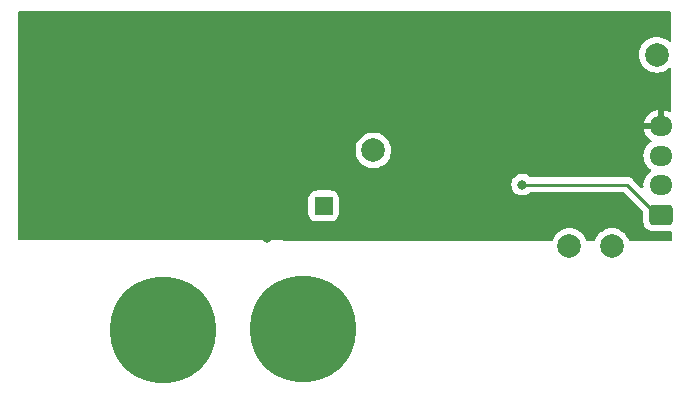
<source format=gbr>
%TF.GenerationSoftware,KiCad,Pcbnew,(6.0.7)*%
%TF.CreationDate,2024-03-23T14:20:04-04:00*%
%TF.ProjectId,single_cell_current,73696e67-6c65-45f6-9365-6c6c5f637572,rev?*%
%TF.SameCoordinates,Original*%
%TF.FileFunction,Copper,L2,Bot*%
%TF.FilePolarity,Positive*%
%FSLAX46Y46*%
G04 Gerber Fmt 4.6, Leading zero omitted, Abs format (unit mm)*
G04 Created by KiCad (PCBNEW (6.0.7)) date 2024-03-23 14:20:04*
%MOMM*%
%LPD*%
G01*
G04 APERTURE LIST*
G04 Aperture macros list*
%AMRoundRect*
0 Rectangle with rounded corners*
0 $1 Rounding radius*
0 $2 $3 $4 $5 $6 $7 $8 $9 X,Y pos of 4 corners*
0 Add a 4 corners polygon primitive as box body*
4,1,4,$2,$3,$4,$5,$6,$7,$8,$9,$2,$3,0*
0 Add four circle primitives for the rounded corners*
1,1,$1+$1,$2,$3*
1,1,$1+$1,$4,$5*
1,1,$1+$1,$6,$7*
1,1,$1+$1,$8,$9*
0 Add four rect primitives between the rounded corners*
20,1,$1+$1,$2,$3,$4,$5,0*
20,1,$1+$1,$4,$5,$6,$7,0*
20,1,$1+$1,$6,$7,$8,$9,0*
20,1,$1+$1,$8,$9,$2,$3,0*%
G04 Aperture macros list end*
%TA.AperFunction,ComponentPad*%
%ADD10RoundRect,0.250000X-0.550000X-0.550000X0.550000X-0.550000X0.550000X0.550000X-0.550000X0.550000X0*%
%TD*%
%TA.AperFunction,ComponentPad*%
%ADD11C,9.000000*%
%TD*%
%TA.AperFunction,ComponentPad*%
%ADD12RoundRect,0.250000X0.725000X-0.600000X0.725000X0.600000X-0.725000X0.600000X-0.725000X-0.600000X0*%
%TD*%
%TA.AperFunction,ComponentPad*%
%ADD13O,1.950000X1.700000*%
%TD*%
%TA.AperFunction,ViaPad*%
%ADD14C,0.800000*%
%TD*%
%TA.AperFunction,ViaPad*%
%ADD15C,2.000000*%
%TD*%
%TA.AperFunction,Conductor*%
%ADD16C,0.250000*%
%TD*%
G04 APERTURE END LIST*
D10*
%TO.P,TP1,1,1*%
%TO.N,Net-(Rpu1-Pad2)*%
X212000000Y-61500000D03*
%TD*%
D11*
%TO.P,H4.1,1,1*%
%TO.N,/M1+*%
X198400000Y-72045200D03*
%TD*%
D12*
%TO.P,J1,1,Pin_1*%
%TO.N,Net-(J1-Pad1)*%
X240550000Y-62250000D03*
D13*
%TO.P,J1,2,Pin_2*%
%TO.N,Net-(J1-Pad2)*%
X240550000Y-59750000D03*
%TO.P,J1,3,Pin_3*%
%TO.N,+3.3V*%
X240550000Y-57250000D03*
%TO.P,J1,4,Pin_4*%
%TO.N,Earth*%
X240550000Y-54750000D03*
%TD*%
D11*
%TO.P,H4.2,1,1*%
%TO.N,/M1-*%
X210200000Y-71945200D03*
%TD*%
D14*
%TO.N,Net-(J1-Pad1)*%
X228800000Y-59700000D03*
D15*
X236400000Y-64900000D03*
%TO.N,Net-(J1-Pad2)*%
X232800000Y-64900000D03*
%TO.N,+3.3V*%
X240200000Y-48700000D03*
%TO.N,Earth*%
X236400000Y-48600000D03*
D14*
X207200000Y-64219700D03*
X236220000Y-55880000D03*
X227700000Y-48400000D03*
X199050000Y-58945200D03*
X229700000Y-48300000D03*
X225100000Y-48400000D03*
D15*
%TO.N,Net-(U7-Pad11)*%
X216200000Y-56800000D03*
%TD*%
D16*
%TO.N,Net-(J1-Pad1)*%
X240250000Y-62250000D02*
X240550000Y-62250000D01*
X228800000Y-59700000D02*
X237700000Y-59700000D01*
X237700000Y-59700000D02*
X240250000Y-62250000D01*
%TD*%
%TA.AperFunction,Conductor*%
%TO.N,Earth*%
G36*
X241344250Y-45020502D02*
G01*
X241390743Y-45074158D01*
X241402129Y-45126205D01*
X241407612Y-47473241D01*
X241407614Y-47473981D01*
X241387771Y-47542148D01*
X241334224Y-47588766D01*
X241263974Y-47599034D01*
X241199784Y-47570086D01*
X241093182Y-47479040D01*
X241093178Y-47479037D01*
X241089416Y-47475824D01*
X241085208Y-47473245D01*
X241085202Y-47473241D01*
X240891183Y-47354346D01*
X240886963Y-47351760D01*
X240882393Y-47349867D01*
X240882389Y-47349865D01*
X240672167Y-47262789D01*
X240672165Y-47262788D01*
X240667594Y-47260895D01*
X240587391Y-47241640D01*
X240441524Y-47206620D01*
X240441518Y-47206619D01*
X240436711Y-47205465D01*
X240200000Y-47186835D01*
X239963289Y-47205465D01*
X239958482Y-47206619D01*
X239958476Y-47206620D01*
X239812609Y-47241640D01*
X239732406Y-47260895D01*
X239727835Y-47262788D01*
X239727833Y-47262789D01*
X239517611Y-47349865D01*
X239517607Y-47349867D01*
X239513037Y-47351760D01*
X239508817Y-47354346D01*
X239314798Y-47473241D01*
X239314792Y-47473245D01*
X239310584Y-47475824D01*
X239130031Y-47630031D01*
X238975824Y-47810584D01*
X238973245Y-47814792D01*
X238973241Y-47814798D01*
X238854346Y-48008817D01*
X238851760Y-48013037D01*
X238760895Y-48232406D01*
X238705465Y-48463289D01*
X238686835Y-48700000D01*
X238705465Y-48936711D01*
X238760895Y-49167594D01*
X238851760Y-49386963D01*
X238854346Y-49391183D01*
X238973241Y-49585202D01*
X238973245Y-49585208D01*
X238975824Y-49589416D01*
X239130031Y-49769969D01*
X239310584Y-49924176D01*
X239314792Y-49926755D01*
X239314798Y-49926759D01*
X239508817Y-50045654D01*
X239513037Y-50048240D01*
X239517607Y-50050133D01*
X239517611Y-50050135D01*
X239727833Y-50137211D01*
X239732406Y-50139105D01*
X239812609Y-50158360D01*
X239958476Y-50193380D01*
X239958482Y-50193381D01*
X239963289Y-50194535D01*
X240200000Y-50213165D01*
X240436711Y-50194535D01*
X240441518Y-50193381D01*
X240441524Y-50193380D01*
X240587391Y-50158360D01*
X240667594Y-50139105D01*
X240672167Y-50137211D01*
X240882389Y-50050135D01*
X240882393Y-50050133D01*
X240886963Y-50048240D01*
X240891183Y-50045654D01*
X241085202Y-49926759D01*
X241085208Y-49926755D01*
X241089416Y-49924176D01*
X241093176Y-49920965D01*
X241093182Y-49920961D01*
X241205501Y-49825031D01*
X241270290Y-49796000D01*
X241340490Y-49806605D01*
X241393813Y-49853480D01*
X241413331Y-49920548D01*
X241421452Y-53396724D01*
X241401610Y-53464889D01*
X241348063Y-53511507D01*
X241277813Y-53521775D01*
X241246735Y-53512614D01*
X241246675Y-53512781D01*
X241243972Y-53511800D01*
X241242602Y-53511396D01*
X241241659Y-53510960D01*
X241035059Y-53435969D01*
X241024792Y-53433198D01*
X240821826Y-53396496D01*
X240808586Y-53397915D01*
X240804000Y-53412550D01*
X240804000Y-54878000D01*
X240783998Y-54946121D01*
X240730342Y-54992614D01*
X240678000Y-55004000D01*
X239108808Y-55004000D01*
X239095277Y-55007973D01*
X239093752Y-55018580D01*
X239118477Y-55136421D01*
X239121537Y-55146617D01*
X239202263Y-55351029D01*
X239206994Y-55360561D01*
X239321016Y-55548462D01*
X239327280Y-55557052D01*
X239471327Y-55723052D01*
X239478958Y-55730472D01*
X239648911Y-55869826D01*
X239657674Y-55875848D01*
X239684711Y-55891238D01*
X239734018Y-55942320D01*
X239747880Y-56011951D01*
X239721897Y-56078022D01*
X239692747Y-56105261D01*
X239681197Y-56113037D01*
X239570681Y-56187441D01*
X239403865Y-56346576D01*
X239266246Y-56531542D01*
X239161760Y-56737051D01*
X239160178Y-56742145D01*
X239160177Y-56742148D01*
X239140683Y-56804930D01*
X239093393Y-56957227D01*
X239092692Y-56962516D01*
X239082221Y-57041524D01*
X239063102Y-57185774D01*
X239071751Y-57416158D01*
X239119093Y-57641791D01*
X239121051Y-57646750D01*
X239121052Y-57646752D01*
X239139386Y-57693175D01*
X239203776Y-57856221D01*
X239206543Y-57860780D01*
X239206544Y-57860783D01*
X239214065Y-57873177D01*
X239323377Y-58053317D01*
X239326874Y-58057347D01*
X239405747Y-58148240D01*
X239474477Y-58227445D01*
X239490106Y-58240260D01*
X239648627Y-58370240D01*
X239648633Y-58370244D01*
X239652755Y-58373624D01*
X239684250Y-58391552D01*
X239733555Y-58442632D01*
X239747417Y-58512262D01*
X239721434Y-58578333D01*
X239692284Y-58605573D01*
X239570681Y-58687441D01*
X239403865Y-58846576D01*
X239266246Y-59031542D01*
X239263830Y-59036293D01*
X239263828Y-59036297D01*
X239226294Y-59110121D01*
X239161760Y-59237051D01*
X239160178Y-59242145D01*
X239160177Y-59242148D01*
X239133381Y-59328444D01*
X239093393Y-59457227D01*
X239063102Y-59685774D01*
X239063302Y-59691103D01*
X239063302Y-59691105D01*
X239069834Y-59865101D01*
X239052402Y-59933924D01*
X239000528Y-59982397D01*
X238930683Y-59995130D01*
X238865041Y-59968081D01*
X238854827Y-59958923D01*
X238602470Y-59706565D01*
X238203647Y-59307742D01*
X238196113Y-59299463D01*
X238192000Y-59292982D01*
X238142348Y-59246356D01*
X238139507Y-59243602D01*
X238119770Y-59223865D01*
X238116573Y-59221385D01*
X238107551Y-59213680D01*
X238081100Y-59188841D01*
X238075321Y-59183414D01*
X238068375Y-59179595D01*
X238068372Y-59179593D01*
X238057566Y-59173652D01*
X238041047Y-59162801D01*
X238035048Y-59158148D01*
X238025041Y-59150386D01*
X238017772Y-59147241D01*
X238017768Y-59147238D01*
X237984463Y-59132826D01*
X237973813Y-59127609D01*
X237935060Y-59106305D01*
X237915437Y-59101267D01*
X237896734Y-59094863D01*
X237885420Y-59089967D01*
X237885419Y-59089967D01*
X237878145Y-59086819D01*
X237870322Y-59085580D01*
X237870312Y-59085577D01*
X237834476Y-59079901D01*
X237822856Y-59077495D01*
X237787711Y-59068472D01*
X237787710Y-59068472D01*
X237780030Y-59066500D01*
X237759776Y-59066500D01*
X237740065Y-59064949D01*
X237727886Y-59063020D01*
X237720057Y-59061780D01*
X237712165Y-59062526D01*
X237676039Y-59065941D01*
X237664181Y-59066500D01*
X229508200Y-59066500D01*
X229440079Y-59046498D01*
X229420853Y-59030157D01*
X229420580Y-59030460D01*
X229415668Y-59026037D01*
X229411253Y-59021134D01*
X229256752Y-58908882D01*
X229250724Y-58906198D01*
X229250722Y-58906197D01*
X229088319Y-58833891D01*
X229088318Y-58833891D01*
X229082288Y-58831206D01*
X228988888Y-58811353D01*
X228901944Y-58792872D01*
X228901939Y-58792872D01*
X228895487Y-58791500D01*
X228704513Y-58791500D01*
X228698061Y-58792872D01*
X228698056Y-58792872D01*
X228611112Y-58811353D01*
X228517712Y-58831206D01*
X228511682Y-58833891D01*
X228511681Y-58833891D01*
X228349278Y-58906197D01*
X228349276Y-58906198D01*
X228343248Y-58908882D01*
X228188747Y-59021134D01*
X228184326Y-59026044D01*
X228184325Y-59026045D01*
X228075203Y-59147238D01*
X228060960Y-59163056D01*
X227965473Y-59328444D01*
X227906458Y-59510072D01*
X227886496Y-59700000D01*
X227887186Y-59706565D01*
X227903849Y-59865101D01*
X227906458Y-59889928D01*
X227965473Y-60071556D01*
X228060960Y-60236944D01*
X228188747Y-60378866D01*
X228287843Y-60450864D01*
X228316270Y-60471517D01*
X228343248Y-60491118D01*
X228349276Y-60493802D01*
X228349278Y-60493803D01*
X228511681Y-60566109D01*
X228517712Y-60568794D01*
X228611112Y-60588647D01*
X228698056Y-60607128D01*
X228698061Y-60607128D01*
X228704513Y-60608500D01*
X228895487Y-60608500D01*
X228901939Y-60607128D01*
X228901944Y-60607128D01*
X228988888Y-60588647D01*
X229082288Y-60568794D01*
X229088319Y-60566109D01*
X229250722Y-60493803D01*
X229250724Y-60493802D01*
X229256752Y-60491118D01*
X229283731Y-60471517D01*
X229389671Y-60394546D01*
X229411253Y-60378866D01*
X229415668Y-60373963D01*
X229420580Y-60369540D01*
X229421705Y-60370789D01*
X229475014Y-60337949D01*
X229508200Y-60333500D01*
X237385406Y-60333500D01*
X237453527Y-60353502D01*
X237474501Y-60370405D01*
X239029595Y-61925499D01*
X239063621Y-61987811D01*
X239066500Y-62014594D01*
X239066500Y-62900400D01*
X239077474Y-63006166D01*
X239133450Y-63173946D01*
X239226522Y-63324348D01*
X239351697Y-63449305D01*
X239357927Y-63453145D01*
X239357928Y-63453146D01*
X239368626Y-63459740D01*
X239502262Y-63542115D01*
X239525628Y-63549865D01*
X239663611Y-63595632D01*
X239663613Y-63595632D01*
X239670139Y-63597797D01*
X239676975Y-63598497D01*
X239676978Y-63598498D01*
X239720031Y-63602909D01*
X239774600Y-63608500D01*
X241319605Y-63608500D01*
X241387726Y-63628502D01*
X241434219Y-63682158D01*
X241445605Y-63734206D01*
X241447095Y-64372164D01*
X241427252Y-64440331D01*
X241373705Y-64486949D01*
X241320875Y-64498458D01*
X237947981Y-64492540D01*
X237879897Y-64472419D01*
X237831795Y-64414759D01*
X237829547Y-64409330D01*
X237748240Y-64213037D01*
X237745654Y-64208817D01*
X237626759Y-64014798D01*
X237626755Y-64014792D01*
X237624176Y-64010584D01*
X237469969Y-63830031D01*
X237289416Y-63675824D01*
X237285208Y-63673245D01*
X237285202Y-63673241D01*
X237091183Y-63554346D01*
X237086963Y-63551760D01*
X237082393Y-63549867D01*
X237082389Y-63549865D01*
X236872167Y-63462789D01*
X236872165Y-63462788D01*
X236867594Y-63460895D01*
X236787391Y-63441640D01*
X236641524Y-63406620D01*
X236641518Y-63406619D01*
X236636711Y-63405465D01*
X236400000Y-63386835D01*
X236163289Y-63405465D01*
X236158482Y-63406619D01*
X236158476Y-63406620D01*
X236012609Y-63441640D01*
X235932406Y-63460895D01*
X235927835Y-63462788D01*
X235927833Y-63462789D01*
X235717611Y-63549865D01*
X235717607Y-63549867D01*
X235713037Y-63551760D01*
X235708817Y-63554346D01*
X235514798Y-63673241D01*
X235514792Y-63673245D01*
X235510584Y-63675824D01*
X235330031Y-63830031D01*
X235175824Y-64010584D01*
X235173245Y-64014792D01*
X235173241Y-64014798D01*
X235054346Y-64208817D01*
X235051760Y-64213037D01*
X235049867Y-64217607D01*
X235049865Y-64217611D01*
X234970453Y-64409330D01*
X234925905Y-64464611D01*
X234853823Y-64487112D01*
X234345365Y-64486220D01*
X234277279Y-64466098D01*
X234229177Y-64408438D01*
X234226933Y-64403019D01*
X234148240Y-64213037D01*
X234145654Y-64208817D01*
X234026759Y-64014798D01*
X234026755Y-64014792D01*
X234024176Y-64010584D01*
X233869969Y-63830031D01*
X233689416Y-63675824D01*
X233685208Y-63673245D01*
X233685202Y-63673241D01*
X233491183Y-63554346D01*
X233486963Y-63551760D01*
X233482393Y-63549867D01*
X233482389Y-63549865D01*
X233272167Y-63462789D01*
X233272165Y-63462788D01*
X233267594Y-63460895D01*
X233187391Y-63441640D01*
X233041524Y-63406620D01*
X233041518Y-63406619D01*
X233036711Y-63405465D01*
X232800000Y-63386835D01*
X232563289Y-63405465D01*
X232558482Y-63406619D01*
X232558476Y-63406620D01*
X232412609Y-63441640D01*
X232332406Y-63460895D01*
X232327835Y-63462788D01*
X232327833Y-63462789D01*
X232117611Y-63549865D01*
X232117607Y-63549867D01*
X232113037Y-63551760D01*
X232108817Y-63554346D01*
X231914798Y-63673241D01*
X231914792Y-63673245D01*
X231910584Y-63675824D01*
X231730031Y-63830031D01*
X231575824Y-64010584D01*
X231573245Y-64014792D01*
X231573241Y-64014798D01*
X231454346Y-64208817D01*
X231451760Y-64213037D01*
X231449867Y-64217607D01*
X231449865Y-64217611D01*
X231373067Y-64403019D01*
X231328519Y-64458300D01*
X231256438Y-64480801D01*
X186226277Y-64401800D01*
X186158193Y-64381679D01*
X186111795Y-64327942D01*
X186100500Y-64275801D01*
X186100500Y-62100400D01*
X210691500Y-62100400D01*
X210702474Y-62206166D01*
X210758450Y-62373946D01*
X210851522Y-62524348D01*
X210976697Y-62649305D01*
X210982927Y-62653145D01*
X210982928Y-62653146D01*
X211120090Y-62737694D01*
X211127262Y-62742115D01*
X211207005Y-62768564D01*
X211288611Y-62795632D01*
X211288613Y-62795632D01*
X211295139Y-62797797D01*
X211301975Y-62798497D01*
X211301978Y-62798498D01*
X211345031Y-62802909D01*
X211399600Y-62808500D01*
X212600400Y-62808500D01*
X212603646Y-62808163D01*
X212603650Y-62808163D01*
X212699308Y-62798238D01*
X212699312Y-62798237D01*
X212706166Y-62797526D01*
X212712702Y-62795345D01*
X212712704Y-62795345D01*
X212844806Y-62751272D01*
X212873946Y-62741550D01*
X213024348Y-62648478D01*
X213149305Y-62523303D01*
X213242115Y-62372738D01*
X213297797Y-62204861D01*
X213308500Y-62100400D01*
X213308500Y-60899600D01*
X213308163Y-60896350D01*
X213298238Y-60800692D01*
X213298237Y-60800688D01*
X213297526Y-60793834D01*
X213241550Y-60626054D01*
X213148478Y-60475652D01*
X213023303Y-60350695D01*
X212902637Y-60276315D01*
X212878968Y-60261725D01*
X212878966Y-60261724D01*
X212872738Y-60257885D01*
X212712254Y-60204655D01*
X212711389Y-60204368D01*
X212711387Y-60204368D01*
X212704861Y-60202203D01*
X212698025Y-60201503D01*
X212698022Y-60201502D01*
X212654969Y-60197091D01*
X212600400Y-60191500D01*
X211399600Y-60191500D01*
X211396354Y-60191837D01*
X211396350Y-60191837D01*
X211300692Y-60201762D01*
X211300688Y-60201763D01*
X211293834Y-60202474D01*
X211287298Y-60204655D01*
X211287296Y-60204655D01*
X211207654Y-60231226D01*
X211126054Y-60258450D01*
X210975652Y-60351522D01*
X210850695Y-60476697D01*
X210846855Y-60482927D01*
X210846854Y-60482928D01*
X210793080Y-60570166D01*
X210757885Y-60627262D01*
X210702203Y-60795139D01*
X210691500Y-60899600D01*
X210691500Y-62100400D01*
X186100500Y-62100400D01*
X186100500Y-56800000D01*
X214686835Y-56800000D01*
X214705465Y-57036711D01*
X214760895Y-57267594D01*
X214762788Y-57272165D01*
X214762789Y-57272167D01*
X214824594Y-57421377D01*
X214851760Y-57486963D01*
X214854346Y-57491183D01*
X214973241Y-57685202D01*
X214973245Y-57685208D01*
X214975824Y-57689416D01*
X215130031Y-57869969D01*
X215310584Y-58024176D01*
X215314792Y-58026755D01*
X215314798Y-58026759D01*
X215508817Y-58145654D01*
X215513037Y-58148240D01*
X215517607Y-58150133D01*
X215517611Y-58150135D01*
X215694519Y-58223412D01*
X215732406Y-58239105D01*
X215812609Y-58258360D01*
X215958476Y-58293380D01*
X215958482Y-58293381D01*
X215963289Y-58294535D01*
X216200000Y-58313165D01*
X216436711Y-58294535D01*
X216441518Y-58293381D01*
X216441524Y-58293380D01*
X216587391Y-58258360D01*
X216667594Y-58239105D01*
X216705481Y-58223412D01*
X216882389Y-58150135D01*
X216882393Y-58150133D01*
X216886963Y-58148240D01*
X216891183Y-58145654D01*
X217085202Y-58026759D01*
X217085208Y-58026755D01*
X217089416Y-58024176D01*
X217269969Y-57869969D01*
X217424176Y-57689416D01*
X217426755Y-57685208D01*
X217426759Y-57685202D01*
X217545654Y-57491183D01*
X217548240Y-57486963D01*
X217575407Y-57421377D01*
X217637211Y-57272167D01*
X217637212Y-57272165D01*
X217639105Y-57267594D01*
X217694535Y-57036711D01*
X217713165Y-56800000D01*
X217694535Y-56563289D01*
X217686914Y-56531542D01*
X217642507Y-56346576D01*
X217639105Y-56332406D01*
X217548240Y-56113037D01*
X217514935Y-56058688D01*
X217426759Y-55914798D01*
X217426755Y-55914792D01*
X217424176Y-55910584D01*
X217269969Y-55730031D01*
X217089416Y-55575824D01*
X217085208Y-55573245D01*
X217085202Y-55573241D01*
X216891183Y-55454346D01*
X216886963Y-55451760D01*
X216882393Y-55449867D01*
X216882389Y-55449865D01*
X216672167Y-55362789D01*
X216672165Y-55362788D01*
X216667594Y-55360895D01*
X216587391Y-55341640D01*
X216441524Y-55306620D01*
X216441518Y-55306619D01*
X216436711Y-55305465D01*
X216200000Y-55286835D01*
X215963289Y-55305465D01*
X215958482Y-55306619D01*
X215958476Y-55306620D01*
X215812609Y-55341640D01*
X215732406Y-55360895D01*
X215727835Y-55362788D01*
X215727833Y-55362789D01*
X215517611Y-55449865D01*
X215517607Y-55449867D01*
X215513037Y-55451760D01*
X215508817Y-55454346D01*
X215314798Y-55573241D01*
X215314792Y-55573245D01*
X215310584Y-55575824D01*
X215130031Y-55730031D01*
X214975824Y-55910584D01*
X214973245Y-55914792D01*
X214973241Y-55914798D01*
X214885065Y-56058688D01*
X214851760Y-56113037D01*
X214760895Y-56332406D01*
X214757493Y-56346576D01*
X214713087Y-56531542D01*
X214705465Y-56563289D01*
X214686835Y-56800000D01*
X186100500Y-56800000D01*
X186100500Y-54478043D01*
X239091139Y-54478043D01*
X239093335Y-54492207D01*
X239106522Y-54496000D01*
X240277885Y-54496000D01*
X240293124Y-54491525D01*
X240294329Y-54490135D01*
X240296000Y-54482452D01*
X240296000Y-53416151D01*
X240291690Y-53401473D01*
X240279807Y-53399410D01*
X240200675Y-53406124D01*
X240190203Y-53407914D01*
X239977465Y-53463130D01*
X239967425Y-53466665D01*
X239767030Y-53556937D01*
X239757744Y-53562106D01*
X239575425Y-53684850D01*
X239567130Y-53691519D01*
X239408100Y-53843228D01*
X239401059Y-53851186D01*
X239269859Y-54027525D01*
X239264255Y-54036562D01*
X239164643Y-54232484D01*
X239160643Y-54242335D01*
X239095466Y-54452240D01*
X239093183Y-54462624D01*
X239091139Y-54478043D01*
X186100500Y-54478043D01*
X186100500Y-45126500D01*
X186120502Y-45058379D01*
X186174158Y-45011886D01*
X186226500Y-45000500D01*
X241276129Y-45000500D01*
X241344250Y-45020502D01*
G37*
%TD.AperFunction*%
%TD*%
M02*

</source>
